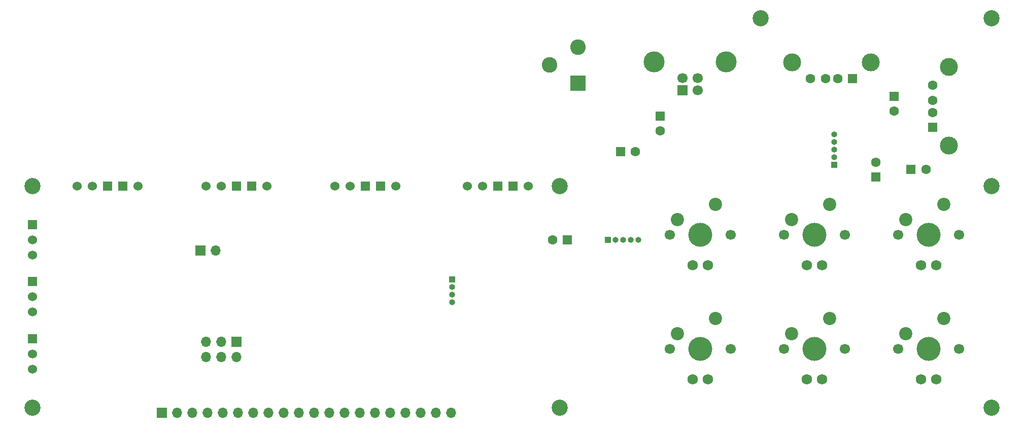
<source format=gbr>
%TF.GenerationSoftware,KiCad,Pcbnew,(5.1.7)-1*%
%TF.CreationDate,2020-11-15T19:07:40-05:00*%
%TF.ProjectId,Console,436f6e73-6f6c-4652-9e6b-696361645f70,rev?*%
%TF.SameCoordinates,Original*%
%TF.FileFunction,Soldermask,Bot*%
%TF.FilePolarity,Negative*%
%FSLAX46Y46*%
G04 Gerber Fmt 4.6, Leading zero omitted, Abs format (unit mm)*
G04 Created by KiCad (PCBNEW (5.1.7)-1) date 2020-11-15 19:07:40*
%MOMM*%
%LPD*%
G01*
G04 APERTURE LIST*
%ADD10C,1.600000*%
%ADD11R,1.600000X1.500000*%
%ADD12C,3.000000*%
%ADD13R,1.500000X1.600000*%
%ADD14C,2.600000*%
%ADD15R,2.600000X2.600000*%
%ADD16C,3.500000*%
%ADD17C,1.700000*%
%ADD18R,1.700000X1.700000*%
%ADD19C,2.200000*%
%ADD20C,4.000000*%
%ADD21C,1.750000*%
%ADD22O,1.000000X1.000000*%
%ADD23R,1.000000X1.000000*%
%ADD24C,1.524000*%
%ADD25R,1.524000X1.524000*%
%ADD26C,2.700000*%
%ADD27O,1.700000X1.700000*%
%ADD28R,1.600000X1.600000*%
G04 APERTURE END LIST*
D10*
%TO.C,J7*%
X198833930Y-72100000D03*
X201333930Y-72100000D03*
X203333930Y-72100000D03*
D11*
X205833930Y-72100000D03*
D12*
X195763930Y-69390000D03*
X208903930Y-69390000D03*
%TD*%
D10*
%TO.C,J4*%
X219200000Y-73200000D03*
X219200000Y-75700000D03*
X219200000Y-77700000D03*
D13*
X219200000Y-80200000D03*
D12*
X221910000Y-70130000D03*
X221910000Y-83270000D03*
%TD*%
D14*
%TO.C,J8*%
X155300000Y-69800000D03*
X160000000Y-66800000D03*
D15*
X160000000Y-72800000D03*
%TD*%
D16*
%TO.C,J3*%
X184770000Y-69290000D03*
X172730000Y-69290000D03*
D17*
X177500000Y-72000000D03*
X180000000Y-72000000D03*
X180000000Y-74000000D03*
D18*
X177500000Y-74000000D03*
%TD*%
D19*
%TO.C,SW5*%
X202020000Y-112120000D03*
X195670000Y-114660000D03*
D20*
X199480000Y-117200000D03*
D17*
X194400000Y-117200000D03*
X204560000Y-117200000D03*
D21*
X198210000Y-122280000D03*
X200750000Y-122280000D03*
%TD*%
D22*
%TO.C,J9*%
X139000000Y-109410000D03*
X139000000Y-108140000D03*
X139000000Y-106870000D03*
D23*
X139000000Y-105600000D03*
%TD*%
D24*
%TO.C,SW10*%
X76420000Y-90040000D03*
X78960000Y-90040000D03*
D25*
X81500000Y-90040000D03*
X84040000Y-90040000D03*
D24*
X86580000Y-90040000D03*
%TD*%
%TO.C,SW9*%
X141520000Y-90040000D03*
X144060000Y-90040000D03*
D25*
X146600000Y-90040000D03*
X149140000Y-90040000D03*
D24*
X151680000Y-90040000D03*
%TD*%
%TO.C,SW8*%
X119420000Y-90040000D03*
X121960000Y-90040000D03*
D25*
X124500000Y-90040000D03*
X127040000Y-90040000D03*
D24*
X129580000Y-90040000D03*
%TD*%
%TO.C,SW7*%
X97920000Y-90040000D03*
X100460000Y-90040000D03*
D25*
X103000000Y-90040000D03*
X105540000Y-90040000D03*
D24*
X108080000Y-90040000D03*
%TD*%
D22*
%TO.C,J6*%
X202800000Y-81420000D03*
X202800000Y-82690000D03*
X202800000Y-83960000D03*
X202800000Y-85230000D03*
D23*
X202800000Y-86500000D03*
%TD*%
D22*
%TO.C,J5*%
X170080000Y-99000000D03*
X168810000Y-99000000D03*
X167540000Y-99000000D03*
X166270000Y-99000000D03*
D23*
X165000000Y-99000000D03*
%TD*%
D26*
%TO.C,H8*%
X157000000Y-90000000D03*
%TD*%
%TO.C,H7*%
X229000000Y-90000000D03*
%TD*%
%TO.C,H6*%
X157000000Y-127000000D03*
%TD*%
%TO.C,H5*%
X229000000Y-62000000D03*
%TD*%
%TO.C,H4*%
X229000000Y-127000000D03*
%TD*%
%TO.C,H3*%
X190500000Y-62000000D03*
%TD*%
%TO.C,H2*%
X69000000Y-127000000D03*
%TD*%
%TO.C,H1*%
X69000000Y-90000000D03*
%TD*%
D24*
%TO.C,RV3*%
X69000000Y-120540000D03*
D25*
X69000000Y-115460000D03*
D24*
X69000000Y-118000000D03*
%TD*%
%TO.C,RV2*%
X69000000Y-111040000D03*
D25*
X69000000Y-105960000D03*
D24*
X69000000Y-108500000D03*
%TD*%
%TO.C,RV1*%
X69000000Y-101540000D03*
D25*
X69000000Y-96460000D03*
D24*
X69000000Y-99000000D03*
%TD*%
D27*
%TO.C,J2*%
X99540000Y-100750000D03*
D18*
X97000000Y-100750000D03*
%TD*%
D27*
%TO.C,J1*%
X97920000Y-118540000D03*
X97920000Y-116000000D03*
X100460000Y-118540000D03*
X100460000Y-116000000D03*
X103000000Y-118540000D03*
D18*
X103000000Y-116000000D03*
%TD*%
D27*
%TO.C,U10*%
X138810000Y-127850000D03*
X136270000Y-127850000D03*
X133730000Y-127850000D03*
X131190000Y-127850000D03*
X128650000Y-127850000D03*
X126110000Y-127850000D03*
X123570000Y-127850000D03*
X121030000Y-127850000D03*
X118490000Y-127850000D03*
X115950000Y-127850000D03*
X113410000Y-127850000D03*
X110870000Y-127850000D03*
X108330000Y-127850000D03*
X105790000Y-127850000D03*
X103250000Y-127850000D03*
X100710000Y-127850000D03*
X98170000Y-127850000D03*
X95630000Y-127850000D03*
X93090000Y-127850000D03*
D18*
X90550000Y-127850000D03*
%TD*%
D19*
%TO.C,SW6*%
X221070000Y-112120000D03*
X214720000Y-114660000D03*
D20*
X218530000Y-117200000D03*
D17*
X213450000Y-117200000D03*
X223610000Y-117200000D03*
D21*
X217260000Y-122280000D03*
X219800000Y-122280000D03*
%TD*%
D19*
%TO.C,SW4*%
X182970000Y-112120000D03*
X176620000Y-114660000D03*
D20*
X180430000Y-117200000D03*
D17*
X175350000Y-117200000D03*
X185510000Y-117200000D03*
D21*
X179160000Y-122280000D03*
X181700000Y-122280000D03*
%TD*%
D19*
%TO.C,SW3*%
X221070000Y-93070000D03*
X214720000Y-95610000D03*
D20*
X218530000Y-98150000D03*
D17*
X213450000Y-98150000D03*
X223610000Y-98150000D03*
D21*
X217260000Y-103230000D03*
X219800000Y-103230000D03*
%TD*%
D19*
%TO.C,SW2*%
X202020000Y-93070000D03*
X195670000Y-95610000D03*
D20*
X199480000Y-98150000D03*
D17*
X194400000Y-98150000D03*
X204560000Y-98150000D03*
D21*
X198210000Y-103230000D03*
X200750000Y-103230000D03*
%TD*%
D19*
%TO.C,SW1*%
X182970000Y-93070000D03*
X176620000Y-95610000D03*
D20*
X180430000Y-98150000D03*
D17*
X175350000Y-98150000D03*
X185510000Y-98150000D03*
D21*
X179160000Y-103230000D03*
X181700000Y-103230000D03*
%TD*%
D10*
%TO.C,C37*%
X169600000Y-84300000D03*
D28*
X167100000Y-84300000D03*
%TD*%
D10*
%TO.C,C31*%
X212800000Y-77500000D03*
D28*
X212800000Y-75000000D03*
%TD*%
D10*
%TO.C,C30*%
X209750000Y-86000000D03*
D28*
X209750000Y-88500000D03*
%TD*%
D10*
%TO.C,C25*%
X218100000Y-87250000D03*
D28*
X215600000Y-87250000D03*
%TD*%
D10*
%TO.C,C24*%
X155750000Y-99000000D03*
D28*
X158250000Y-99000000D03*
%TD*%
D10*
%TO.C,C21*%
X173700000Y-80800000D03*
D28*
X173700000Y-78300000D03*
%TD*%
M02*

</source>
